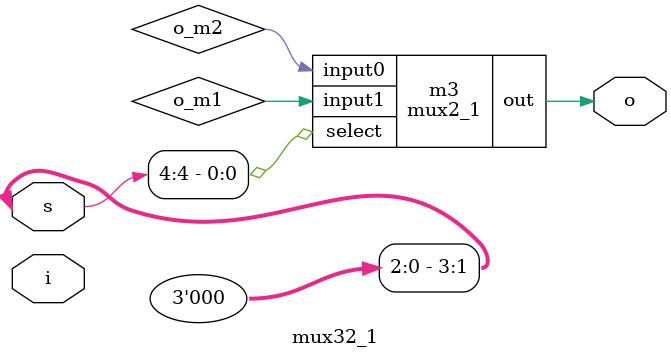
<source format=v>
module mux2_1(out, input1, input0, select); //2-1 multiplexer 
    input input1, input0, select;
    output out;

    wire s_bar, a ,b; //signals to connect to other blocks
    and(b, input0, select);
    and(a, input0, s_bar);
    or(out, a, b);
endmodule

module mux8_1(input [7:0] i, input [2:0] s, output o);

    wire o_m1, o_m2, o_m3, o_m4, o_m5, o_m6; //outputs for each of the 2-1 muxes

    //level 1
    mux2_1 m0(o_m1, i[0], i[1], s[0]);
    mux2_1 m2(o_m2, i[2], i[3], s[0]);
    mux2_1 m3(o_m3, i[4], i[5], s[0]);
    mux2_1 m4(o_m4, i[6], i[7], s[0]);
    //level 2
    mux2_1 m5(o_m5, o_m1, o_m2, s[1]);
    mux2_1 m6(o_m6, o_m3, o_m4, s[1]);
    //level 3
    mux2_1 m7(o, o_m5, o_m6, s[2]);
endmodule

module mux16_1(input [15:0] i, input [3:0] s, output o);

    wire o_m1, o_m2; //outputs for each of muxes
    //level 1
    mux8_1 m1(o_m1, i[7:0], s[2:0]);
    mux8_1 m2(o_m2, i[15:8], s[2:0]);
    //level 2
    mux2_1 m3(o, o_m1, o_m2, s[3]);

endmodule


module mux32_1(input [31:0] i, input [4:0] s, output o);

    wire o_m1, o_m2; //outputs for each of muxes
    //level 1
    mux8_1 m1(o_m1, i[15:0], s[3:0]);
    mux8_1 m2(o_m2, i[31:16], s[3:0]);
    //level 2
    mux2_1 m3(o, o_m1, o_m2, s[4]);

endmodule
</source>
